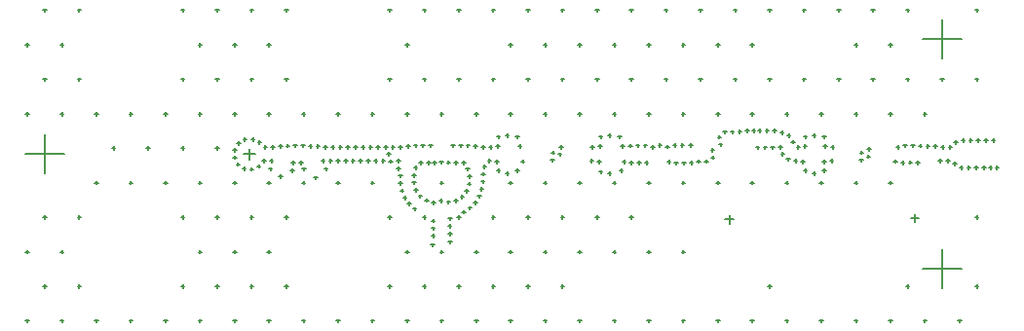
<source format=gbr>
G04*
G04 #@! TF.GenerationSoftware,Altium Limited,Altium Designer,24.9.1 (31)*
G04*
G04 Layer_Color=128*
%FSLAX25Y25*%
%MOIN*%
G70*
G04*
G04 #@! TF.SameCoordinates,BE83DA22-E0C5-4DDF-BF2C-7847B46FCBB1*
G04*
G04*
G04 #@! TF.FilePolarity,Positive*
G04*
G01*
G75*
%ADD13C,0.00500*%
D13*
X83957Y59055D02*
X87697D01*
X85827Y57185D02*
Y60925D01*
X316142Y19685D02*
X329528D01*
X322835Y12992D02*
Y26378D01*
X316142Y98425D02*
X329528D01*
X322835Y91732D02*
Y105118D01*
X9055Y59055D02*
X22441D01*
X15748Y52362D02*
Y65748D01*
X341009Y54400D02*
X342191D01*
X341600Y53809D02*
Y54991D01*
X153909Y29000D02*
X155091D01*
X154500Y28409D02*
Y29591D01*
X147909Y28000D02*
X149091D01*
X148500Y27409D02*
Y28591D01*
X111409Y54000D02*
X112591D01*
X112000Y53409D02*
Y54590D01*
X103909Y54000D02*
X105091D01*
X104500Y53409D02*
Y54590D01*
X107909Y51000D02*
X109091D01*
X108500Y50409D02*
Y51591D01*
X99910Y53500D02*
X101091D01*
X100500Y52909D02*
Y54090D01*
X92409Y54000D02*
X93590D01*
X93000Y53409D02*
Y54590D01*
X95910Y51500D02*
X97091D01*
X96500Y50909D02*
Y52091D01*
X176909Y53500D02*
X178091D01*
X177500Y52909D02*
Y54090D01*
X170409Y53500D02*
X171591D01*
X171000Y52909D02*
Y54090D01*
X173409Y52500D02*
X174591D01*
X174000Y51910D02*
Y53091D01*
X176909Y65000D02*
X178091D01*
X177500Y64410D02*
Y65591D01*
X170409Y65000D02*
X171591D01*
X171000Y64410D02*
Y65591D01*
X173409Y65500D02*
X174591D01*
X174000Y64909D02*
Y66091D01*
X281909Y65000D02*
X283090D01*
X282500Y64410D02*
Y65591D01*
X275410Y65000D02*
X276590D01*
X276000Y64410D02*
Y65591D01*
X278410Y65500D02*
X279591D01*
X279000Y64909D02*
Y66091D01*
X281909Y53500D02*
X283090D01*
X282500Y52909D02*
Y54090D01*
X275410Y53500D02*
X276590D01*
X276000Y52909D02*
Y54090D01*
X278410Y52500D02*
X279591D01*
X279000Y51910D02*
Y53091D01*
X211910Y65000D02*
X213090D01*
X212500Y64410D02*
Y65591D01*
X205410Y65000D02*
X206591D01*
X206000Y64410D02*
Y65591D01*
X208410Y65500D02*
X209591D01*
X209000Y64909D02*
Y66091D01*
X205410Y53000D02*
X206591D01*
X206000Y52409D02*
Y53591D01*
X212409Y53500D02*
X213591D01*
X213000Y52909D02*
Y54090D01*
X208410Y52500D02*
X209591D01*
X209000Y51910D02*
Y53091D01*
X150909Y56300D02*
X152091D01*
X151500Y55709D02*
Y56890D01*
X153345Y56251D02*
X154526D01*
X153936Y55660D02*
Y56841D01*
X155918Y56149D02*
X157099D01*
X156508Y55558D02*
Y56739D01*
X158493Y56149D02*
X159674D01*
X159083Y55558D02*
Y56739D01*
X159901Y53993D02*
X161082D01*
X160492Y53403D02*
Y54584D01*
X160470Y51482D02*
X161651D01*
X161061Y50892D02*
Y52073D01*
X160391Y48909D02*
X161572D01*
X160981Y48318D02*
Y49499D01*
X159567Y46469D02*
X160748D01*
X160157Y45879D02*
Y47060D01*
X158002Y44425D02*
X159183D01*
X158592Y43834D02*
Y45015D01*
X155850Y43011D02*
X157031D01*
X156441Y42420D02*
Y43601D01*
X153303Y42633D02*
X154484D01*
X153894Y42042D02*
Y43223D01*
X150765Y43064D02*
X151946D01*
X151355Y42473D02*
Y43654D01*
X148262Y42458D02*
X149443D01*
X148853Y41867D02*
Y43048D01*
X145792Y43185D02*
X146973D01*
X146383Y42595D02*
Y43776D01*
X143687Y44668D02*
X144868D01*
X144278Y44077D02*
Y45258D01*
X142230Y46790D02*
X143411D01*
X142821Y46200D02*
Y47381D01*
X141542Y49272D02*
X142723D01*
X142133Y48681D02*
Y49862D01*
X141498Y51846D02*
X142680D01*
X142089Y51256D02*
Y52437D01*
X142080Y54354D02*
X143261D01*
X142670Y53764D02*
Y54945D01*
X143926Y56149D02*
X145107D01*
X144517Y55558D02*
Y56739D01*
X146501Y56149D02*
X147682D01*
X147092Y55558D02*
Y56739D01*
X148609Y56100D02*
X149791D01*
X149200Y55510D02*
Y56691D01*
X191884Y61476D02*
X193066D01*
X192475Y60886D02*
Y62067D01*
X191424Y58943D02*
X192605D01*
X192015Y58353D02*
Y59534D01*
X202313Y56730D02*
X203494D01*
X202903Y56139D02*
Y57320D01*
X204864Y56385D02*
X206045D01*
X205455Y55794D02*
Y56976D01*
X205130Y61725D02*
X206311D01*
X205720Y61135D02*
Y62316D01*
X202578Y61380D02*
X203759D01*
X203169Y60790D02*
Y61971D01*
X177768Y61725D02*
X178949D01*
X178359Y61135D02*
Y62316D01*
X178750Y56538D02*
X179931D01*
X179341Y55948D02*
Y57129D01*
X188854Y56973D02*
X190035D01*
X189444Y56382D02*
Y57564D01*
X189087Y59537D02*
X190269D01*
X189678Y58947D02*
Y60128D01*
X284756Y61380D02*
X285937D01*
X285346Y60790D02*
Y61971D01*
X282204Y61725D02*
X283385D01*
X282795Y61135D02*
Y62316D01*
X281851Y56385D02*
X283032D01*
X282441Y55794D02*
Y56976D01*
X284402Y56730D02*
X285583D01*
X284993Y56139D02*
Y57320D01*
X294464Y56973D02*
X295645D01*
X295055Y56382D02*
Y57564D01*
X294698Y59537D02*
X295879D01*
X295288Y58947D02*
Y60128D01*
X339720Y63694D02*
X340901D01*
X340310Y63103D02*
Y64284D01*
X337145Y63694D02*
X338326D01*
X337736Y63103D02*
Y64284D01*
X334570Y63694D02*
X335751D01*
X335161Y63103D02*
Y64284D01*
X331995Y63694D02*
X333176D01*
X332586Y63103D02*
Y64284D01*
X329421Y63694D02*
X330602D01*
X330011Y63103D02*
Y64284D01*
X326909Y63127D02*
X328090D01*
X327499Y62537D02*
Y63718D01*
X325017Y61380D02*
X326199D01*
X325608Y60790D02*
Y61971D01*
X322443Y61380D02*
X323624D01*
X323033Y60790D02*
Y61971D01*
X319890Y61716D02*
X321071D01*
X320480Y61126D02*
Y62307D01*
X317317Y61824D02*
X318498D01*
X317908Y61233D02*
Y62414D01*
X314743Y61864D02*
X315924D01*
X315333Y61273D02*
Y62454D01*
X312170Y61962D02*
X313351D01*
X312760Y61371D02*
Y62552D01*
X309595Y61962D02*
X310776D01*
X310186Y61371D02*
Y62552D01*
X307060Y61510D02*
X308241D01*
X307651Y60919D02*
Y62101D01*
X297125Y60790D02*
X298306D01*
X297716Y60200D02*
Y61381D01*
X297035Y58217D02*
X298216D01*
X297625Y57626D02*
Y58807D01*
X306213Y56586D02*
X307394D01*
X306804Y55995D02*
Y57176D01*
X308751Y56149D02*
X309932D01*
X309341Y55558D02*
Y56739D01*
X311325Y56214D02*
X312506D01*
X311915Y55624D02*
Y56805D01*
X313899Y56149D02*
X315080D01*
X314489Y55558D02*
Y56739D01*
X321590Y56730D02*
X322771D01*
X322180Y56139D02*
Y57320D01*
X324164Y56730D02*
X325345D01*
X324755Y56139D02*
Y57320D01*
X326537Y55731D02*
X327719D01*
X327128Y55141D02*
Y56322D01*
X328751Y54416D02*
X329932D01*
X329342Y53826D02*
Y55007D01*
X331326Y54416D02*
X332507D01*
X331917Y53826D02*
Y55007D01*
X333901Y54416D02*
X335082D01*
X334492Y53826D02*
Y55007D01*
X336476Y54416D02*
X337657D01*
X337066Y53826D02*
Y55007D01*
X338709Y54400D02*
X339891D01*
X339300Y53809D02*
Y54991D01*
X233299Y62115D02*
X234480D01*
X233890Y61524D02*
Y62705D01*
X230725Y62178D02*
X231906D01*
X231316Y61588D02*
Y62769D01*
X228224Y61568D02*
X229405D01*
X228814Y60978D02*
Y62159D01*
X225693Y62040D02*
X226874D01*
X226283Y61450D02*
Y62631D01*
X223194Y61419D02*
X224375D01*
X223784Y60828D02*
Y62009D01*
X220677Y61962D02*
X221858D01*
X221268Y61371D02*
Y62552D01*
X218102Y61962D02*
X219283D01*
X218693Y61371D02*
Y62552D01*
X215528Y61886D02*
X216709D01*
X216119Y61296D02*
Y62477D01*
X212959Y61725D02*
X214140D01*
X213549Y61135D02*
Y62316D01*
X213395Y56460D02*
X214576D01*
X213985Y55870D02*
Y57051D01*
X215950Y56149D02*
X217132D01*
X216541Y55558D02*
Y56739D01*
X218525Y56153D02*
X219706D01*
X219116Y55562D02*
Y56743D01*
X221100Y56149D02*
X222281D01*
X221691Y55558D02*
Y56739D01*
X228752Y56501D02*
X229934D01*
X229343Y55910D02*
Y57091D01*
X231264Y55932D02*
X232445D01*
X231854Y55342D02*
Y56523D01*
X233838Y55932D02*
X235019D01*
X234429Y55342D02*
Y56523D01*
X236404Y56150D02*
X237585D01*
X236995Y55560D02*
Y56741D01*
X238942Y56582D02*
X240123D01*
X239533Y55991D02*
Y57172D01*
X241517Y56582D02*
X242698D01*
X242108Y55991D02*
Y57172D01*
X243745Y57873D02*
X244926D01*
X244335Y57283D02*
Y58464D01*
X243703Y60448D02*
X244884D01*
X244293Y59857D02*
Y61038D01*
X236270Y62050D02*
X237451D01*
X236860Y61459D02*
Y62640D01*
X83639Y64053D02*
X84820D01*
X84229Y63463D02*
Y64644D01*
X81458Y62684D02*
X82639D01*
X82048Y62094D02*
Y63275D01*
X80190Y60443D02*
X81371D01*
X80781Y59853D02*
Y61034D01*
X80127Y57869D02*
X81308D01*
X80717Y57279D02*
Y58460D01*
X81310Y55582D02*
X82491D01*
X81900Y54992D02*
Y56173D01*
X83442Y54138D02*
X84623D01*
X84032Y53548D02*
Y54729D01*
X86004Y53882D02*
X87185D01*
X86594Y53291D02*
Y54472D01*
X88379Y54875D02*
X89560D01*
X88969Y54285D02*
Y55466D01*
X90165Y56730D02*
X91346D01*
X90755Y56139D02*
Y57320D01*
X92740Y56730D02*
X93921D01*
X93330Y56139D02*
Y57320D01*
X100293Y56149D02*
X101474D01*
X100884Y55558D02*
Y56739D01*
X102868Y56149D02*
X104049D01*
X103458Y55558D02*
Y56739D01*
X110403Y56730D02*
X111584D01*
X110994Y56139D02*
Y57320D01*
X112978Y56730D02*
X114159D01*
X113568Y56139D02*
Y57320D01*
X115553Y56730D02*
X116734D01*
X116143Y56139D02*
Y57320D01*
X118128Y56730D02*
X119309D01*
X118718Y56139D02*
Y57320D01*
X120702Y56730D02*
X121883D01*
X121293Y56139D02*
Y57320D01*
X123277Y56730D02*
X124458D01*
X123868Y56139D02*
Y57320D01*
X125852Y56730D02*
X127033D01*
X126443Y56139D02*
Y57320D01*
X128427Y56730D02*
X129608D01*
X129017Y56139D02*
Y57320D01*
X131001Y56730D02*
X132183D01*
X131592Y56139D02*
Y57320D01*
X133572Y56577D02*
X134753D01*
X134162Y55986D02*
Y57167D01*
X136142Y56730D02*
X137323D01*
X136732Y56139D02*
Y57320D01*
X136267Y54158D02*
X137448D01*
X136857Y53568D02*
Y54749D01*
X136848Y51650D02*
X138029D01*
X137439Y51059D02*
Y52240D01*
X136938Y49077D02*
X138119D01*
X137528Y48486D02*
Y49667D01*
X137397Y46543D02*
X138578D01*
X137987Y45952D02*
Y47134D01*
X138396Y44170D02*
X139577D01*
X138986Y43580D02*
Y44761D01*
X139875Y42063D02*
X141056D01*
X140466Y41472D02*
Y42653D01*
X141738Y40285D02*
X142919D01*
X142328Y39694D02*
Y40875D01*
X148078Y36188D02*
X149259D01*
X148668Y35598D02*
Y36779D01*
X148078Y33613D02*
X149259D01*
X148668Y33023D02*
Y34204D01*
X148098Y31039D02*
X149279D01*
X148689Y30448D02*
Y31629D01*
X153891Y31839D02*
X155072D01*
X154481Y31248D02*
Y32429D01*
X153746Y34409D02*
X154927D01*
X154337Y33819D02*
Y35000D01*
X153891Y36980D02*
X155072D01*
X154481Y36390D02*
Y37571D01*
X158526Y39192D02*
X159707D01*
X159117Y38602D02*
Y39783D01*
X160652Y40645D02*
X161833D01*
X161243Y40054D02*
Y41235D01*
X162454Y42484D02*
X163635D01*
X163044Y41894D02*
Y43075D01*
X163837Y44656D02*
X165018D01*
X164428Y44065D02*
Y45246D01*
X164701Y47081D02*
X165882D01*
X165292Y46491D02*
Y47672D01*
X165074Y49629D02*
X166255D01*
X165665Y49038D02*
Y50220D01*
X165120Y52203D02*
X166302D01*
X165711Y51613D02*
Y52794D01*
X165702Y54712D02*
X166883D01*
X166292Y54121D02*
Y55302D01*
X167300Y56730D02*
X168482D01*
X167891Y56139D02*
Y57320D01*
X169852Y56385D02*
X171033D01*
X170443Y55794D02*
Y56976D01*
X170273Y61725D02*
X171454D01*
X170863Y61135D02*
Y62316D01*
X167721Y61380D02*
X168902D01*
X168312Y60790D02*
Y61971D01*
X165147Y61380D02*
X166328D01*
X165737Y60790D02*
Y61971D01*
X162607Y61804D02*
X163788D01*
X163197Y61213D02*
Y62395D01*
X160036Y61939D02*
X161217D01*
X160626Y61348D02*
Y62529D01*
X157461Y61962D02*
X158642D01*
X158051Y61371D02*
Y62552D01*
X154886Y61962D02*
X156067D01*
X155477Y61371D02*
Y62552D01*
X147197Y61962D02*
X148378D01*
X147788Y61371D02*
Y62552D01*
X144622Y61962D02*
X145803D01*
X145213Y61371D02*
Y62552D01*
X142048Y61962D02*
X143229D01*
X142638Y61371D02*
Y62552D01*
X139478Y61804D02*
X140659D01*
X140068Y61213D02*
Y62395D01*
X136931Y61424D02*
X138112D01*
X137522Y60834D02*
Y62015D01*
X134357Y61380D02*
X135538D01*
X134947Y60790D02*
Y61971D01*
X131782Y61380D02*
X132963D01*
X132372Y60790D02*
Y61971D01*
X129207Y61380D02*
X130388D01*
X129798Y60790D02*
Y61971D01*
X126632Y61380D02*
X127813D01*
X127223Y60790D02*
Y61971D01*
X124057Y61380D02*
X125239D01*
X124648Y60790D02*
Y61971D01*
X121483Y61380D02*
X122664D01*
X122073Y60790D02*
Y61971D01*
X118908Y61380D02*
X120089D01*
X119498Y60790D02*
Y61971D01*
X116333Y61380D02*
X117514D01*
X116924Y60790D02*
Y61971D01*
X113758Y61380D02*
X114939D01*
X114349Y60790D02*
Y61971D01*
X111183Y61380D02*
X112364D01*
X111774Y60790D02*
Y61971D01*
X108644Y61804D02*
X109825D01*
X109234Y61213D02*
Y62395D01*
X106070Y61727D02*
X107251D01*
X106661Y61137D02*
Y62318D01*
X103506Y61962D02*
X104687D01*
X104096Y61371D02*
Y62552D01*
X100931Y61962D02*
X102112D01*
X101522Y61371D02*
Y62552D01*
X98357Y61885D02*
X99539D01*
X98948Y61295D02*
Y62476D01*
X95784Y61804D02*
X96965D01*
X96374Y61213D02*
Y62395D01*
X93244Y61380D02*
X94425D01*
X93835Y60790D02*
Y61971D01*
X90670Y61380D02*
X91851D01*
X91260Y60790D02*
Y61971D01*
X88675Y63008D02*
X89856D01*
X89265Y62418D02*
Y63599D01*
X86381Y64179D02*
X87562D01*
X86972Y63588D02*
Y64769D01*
X255502Y67158D02*
X256683D01*
X256093Y66568D02*
Y67749D01*
X252967Y66708D02*
X254148D01*
X253558Y66117D02*
Y67298D01*
X250393Y66647D02*
X251574D01*
X250984Y66056D02*
Y67237D01*
X247818Y66647D02*
X248999D01*
X248409Y66056D02*
Y67237D01*
X245963Y64861D02*
X247144D01*
X246554Y64270D02*
Y65452D01*
X246373Y62319D02*
X247554D01*
X246964Y61729D02*
Y62910D01*
X259103Y61284D02*
X260284D01*
X259694Y60694D02*
Y61875D01*
X261678Y61267D02*
X262859D01*
X262269Y60676D02*
Y61857D01*
X264253Y61267D02*
X265434D01*
X264844Y60676D02*
Y61857D01*
X266820Y61465D02*
X268001D01*
X267411Y60875D02*
Y62056D01*
X267644Y59026D02*
X268825D01*
X268235Y58435D02*
Y59616D01*
X269565Y57311D02*
X270746D01*
X270155Y56720D02*
Y57901D01*
X272073Y56730D02*
X273254D01*
X272664Y56139D02*
Y57320D01*
X274625Y56385D02*
X275806D01*
X275215Y55794D02*
Y56976D01*
X275309Y61800D02*
X276490D01*
X275900Y61209D02*
Y62391D01*
X272979Y61380D02*
X274160D01*
X273570Y60790D02*
Y61971D01*
X271170Y63212D02*
X272351D01*
X271760Y62621D02*
Y63803D01*
X269738Y65352D02*
X270919D01*
X270328Y64761D02*
Y65942D01*
X267387Y66404D02*
X268568D01*
X267978Y65813D02*
Y66994D01*
X264903Y67080D02*
X266084D01*
X265493Y66489D02*
Y67670D01*
X262329Y67015D02*
X263510D01*
X262919Y66424D02*
Y67605D01*
X259755Y67080D02*
X260936D01*
X260346Y66489D02*
Y67670D01*
X257710Y67100D02*
X258891D01*
X258300Y66509D02*
Y67690D01*
X257283Y49213D02*
X258465D01*
X257874Y48622D02*
Y49803D01*
X334055Y108268D02*
X335236D01*
X334646Y107677D02*
Y108858D01*
X334055Y84646D02*
X335236D01*
X334646Y84055D02*
Y85236D01*
X334055Y37402D02*
X335236D01*
X334646Y36811D02*
Y37992D01*
X334055Y13779D02*
X335236D01*
X334646Y13189D02*
Y14370D01*
X328150Y1968D02*
X329331D01*
X328740Y1378D02*
Y2559D01*
X322244Y84646D02*
X323425D01*
X322834Y84055D02*
Y85236D01*
X316338Y72834D02*
X317520D01*
X316929Y72244D02*
Y73425D01*
X316338Y1968D02*
X317520D01*
X316929Y1378D02*
Y2559D01*
X310433Y108268D02*
X311614D01*
X311023Y107677D02*
Y108858D01*
X304527Y96457D02*
X305709D01*
X305118Y95866D02*
Y97047D01*
X310433Y84646D02*
X311614D01*
X311023Y84055D02*
Y85236D01*
X304527Y72834D02*
X305709D01*
X305118Y72244D02*
Y73425D01*
X304527Y49213D02*
X305709D01*
X305118Y48622D02*
Y49803D01*
X310433Y13779D02*
X311614D01*
X311023Y13189D02*
Y14370D01*
X304527Y1968D02*
X305709D01*
X305118Y1378D02*
Y2559D01*
X298622Y108268D02*
X299803D01*
X299213Y107677D02*
Y108858D01*
X292716Y96457D02*
X293898D01*
X293307Y95866D02*
Y97047D01*
X298622Y84646D02*
X299803D01*
X299213Y84055D02*
Y85236D01*
X292716Y72834D02*
X293898D01*
X293307Y72244D02*
Y73425D01*
X292716Y49213D02*
X293898D01*
X293307Y48622D02*
Y49803D01*
X292716Y1968D02*
X293898D01*
X293307Y1378D02*
Y2559D01*
X286811Y108268D02*
X287992D01*
X287402Y107677D02*
Y108858D01*
X286811Y84646D02*
X287992D01*
X287402Y84055D02*
Y85236D01*
X280905Y72834D02*
X282086D01*
X281496Y72244D02*
Y73425D01*
X280905Y49213D02*
X282086D01*
X281496Y48622D02*
Y49803D01*
X280905Y1968D02*
X282086D01*
X281496Y1378D02*
Y2559D01*
X275000Y108268D02*
X276181D01*
X275590Y107677D02*
Y108858D01*
X275000Y84646D02*
X276181D01*
X275590Y84055D02*
Y85236D01*
X269094Y72834D02*
X270275D01*
X269685Y72244D02*
Y73425D01*
X269094Y49213D02*
X270275D01*
X269685Y48622D02*
Y49803D01*
X269094Y1968D02*
X270275D01*
X269685Y1378D02*
Y2559D01*
X263189Y108268D02*
X264370D01*
X263779Y107677D02*
Y108858D01*
X257283Y96457D02*
X258465D01*
X257874Y95866D02*
Y97047D01*
X263189Y84646D02*
X264370D01*
X263779Y84055D02*
Y85236D01*
X257283Y72834D02*
X258465D01*
X257874Y72244D02*
Y73425D01*
X263189Y13779D02*
X264370D01*
X263779Y13189D02*
Y14370D01*
X257283Y1968D02*
X258465D01*
X257874Y1378D02*
Y2559D01*
X251378Y108268D02*
X252559D01*
X251968Y107677D02*
Y108858D01*
X245472Y96457D02*
X246653D01*
X246063Y95866D02*
Y97047D01*
X251378Y84646D02*
X252559D01*
X251968Y84055D02*
Y85236D01*
X245472Y72834D02*
X246653D01*
X246063Y72244D02*
Y73425D01*
X245472Y49213D02*
X246653D01*
X246063Y48622D02*
Y49803D01*
X245472Y1968D02*
X246653D01*
X246063Y1378D02*
Y2559D01*
X239567Y108268D02*
X240748D01*
X240157Y107677D02*
Y108858D01*
X233661Y96457D02*
X234842D01*
X234252Y95866D02*
Y97047D01*
X239567Y84646D02*
X240748D01*
X240157Y84055D02*
Y85236D01*
X233661Y72834D02*
X234842D01*
X234252Y72244D02*
Y73425D01*
X233661Y49213D02*
X234842D01*
X234252Y48622D02*
Y49803D01*
X233661Y25591D02*
X234842D01*
X234252Y25000D02*
Y26181D01*
X233661Y1968D02*
X234842D01*
X234252Y1378D02*
Y2559D01*
X227756Y108268D02*
X228937D01*
X228346Y107677D02*
Y108858D01*
X221850Y96457D02*
X223031D01*
X222441Y95866D02*
Y97047D01*
X227756Y84646D02*
X228937D01*
X228346Y84055D02*
Y85236D01*
X221850Y72834D02*
X223031D01*
X222441Y72244D02*
Y73425D01*
X221850Y49213D02*
X223031D01*
X222441Y48622D02*
Y49803D01*
X221850Y25591D02*
X223031D01*
X222441Y25000D02*
Y26181D01*
X221850Y1968D02*
X223031D01*
X222441Y1378D02*
Y2559D01*
X215945Y108268D02*
X217126D01*
X216535Y107677D02*
Y108858D01*
X210039Y96457D02*
X211220D01*
X210630Y95866D02*
Y97047D01*
X215945Y84646D02*
X217126D01*
X216535Y84055D02*
Y85236D01*
X210039Y72834D02*
X211220D01*
X210630Y72244D02*
Y73425D01*
X210039Y49213D02*
X211220D01*
X210630Y48622D02*
Y49803D01*
X215945Y37402D02*
X217126D01*
X216535Y36811D02*
Y37992D01*
X210039Y25591D02*
X211220D01*
X210630Y25000D02*
Y26181D01*
X210039Y1968D02*
X211220D01*
X210630Y1378D02*
Y2559D01*
X204134Y108268D02*
X205315D01*
X204724Y107677D02*
Y108858D01*
X198228Y96457D02*
X199409D01*
X198819Y95866D02*
Y97047D01*
X204134Y84646D02*
X205315D01*
X204724Y84055D02*
Y85236D01*
X198228Y72834D02*
X199409D01*
X198819Y72244D02*
Y73425D01*
X198228Y49213D02*
X199409D01*
X198819Y48622D02*
Y49803D01*
X204134Y37402D02*
X205315D01*
X204724Y36811D02*
Y37992D01*
X198228Y25591D02*
X199409D01*
X198819Y25000D02*
Y26181D01*
X198228Y1968D02*
X199409D01*
X198819Y1378D02*
Y2559D01*
X192323Y108268D02*
X193504D01*
X192913Y107677D02*
Y108858D01*
X186417Y96457D02*
X187598D01*
X187008Y95866D02*
Y97047D01*
X192323Y84646D02*
X193504D01*
X192913Y84055D02*
Y85236D01*
X186417Y72834D02*
X187598D01*
X187008Y72244D02*
Y73425D01*
X186417Y49213D02*
X187598D01*
X187008Y48622D02*
Y49803D01*
X192323Y37402D02*
X193504D01*
X192913Y36811D02*
Y37992D01*
X186417Y25591D02*
X187598D01*
X187008Y25000D02*
Y26181D01*
X192323Y13779D02*
X193504D01*
X192913Y13189D02*
Y14370D01*
X186417Y1968D02*
X187598D01*
X187008Y1378D02*
Y2559D01*
X180512Y108268D02*
X181693D01*
X181102Y107677D02*
Y108858D01*
X174606Y96457D02*
X175787D01*
X175197Y95866D02*
Y97047D01*
X180512Y84646D02*
X181693D01*
X181102Y84055D02*
Y85236D01*
X174606Y72834D02*
X175787D01*
X175197Y72244D02*
Y73425D01*
X174606Y49213D02*
X175787D01*
X175197Y48622D02*
Y49803D01*
X180512Y37402D02*
X181693D01*
X181102Y36811D02*
Y37992D01*
X174606Y25591D02*
X175787D01*
X175197Y25000D02*
Y26181D01*
X180512Y13779D02*
X181693D01*
X181102Y13189D02*
Y14370D01*
X174606Y1968D02*
X175787D01*
X175197Y1378D02*
Y2559D01*
X168701Y108268D02*
X169882D01*
X169291Y107677D02*
Y108858D01*
X168701Y84646D02*
X169882D01*
X169291Y84055D02*
Y85236D01*
X162795Y72834D02*
X163976D01*
X163386Y72244D02*
Y73425D01*
X168701Y37402D02*
X169882D01*
X169291Y36811D02*
Y37992D01*
X162795Y25591D02*
X163976D01*
X163386Y25000D02*
Y26181D01*
X168701Y13779D02*
X169882D01*
X169291Y13189D02*
Y14370D01*
X162795Y1968D02*
X163976D01*
X163386Y1378D02*
Y2559D01*
X156890Y108268D02*
X158071D01*
X157480Y107677D02*
Y108858D01*
X156890Y84646D02*
X158071D01*
X157480Y84055D02*
Y85236D01*
X150984Y72834D02*
X152165D01*
X151575Y72244D02*
Y73425D01*
X150984Y49213D02*
X152165D01*
X151575Y48622D02*
Y49803D01*
X156890Y37402D02*
X158071D01*
X157480Y36811D02*
Y37992D01*
X150984Y25591D02*
X152165D01*
X151575Y25000D02*
Y26181D01*
X156890Y13779D02*
X158071D01*
X157480Y13189D02*
Y14370D01*
X150984Y1968D02*
X152165D01*
X151575Y1378D02*
Y2559D01*
X145079Y108268D02*
X146260D01*
X145669Y107677D02*
Y108858D01*
X139173Y96457D02*
X140354D01*
X139764Y95866D02*
Y97047D01*
X145079Y84646D02*
X146260D01*
X145669Y84055D02*
Y85236D01*
X139173Y72834D02*
X140354D01*
X139764Y72244D02*
Y73425D01*
X145079Y37402D02*
X146260D01*
X145669Y36811D02*
Y37992D01*
X139173Y25591D02*
X140354D01*
X139764Y25000D02*
Y26181D01*
X145079Y13779D02*
X146260D01*
X145669Y13189D02*
Y14370D01*
X139173Y1968D02*
X140354D01*
X139764Y1378D02*
Y2559D01*
X133268Y108268D02*
X134449D01*
X133858Y107677D02*
Y108858D01*
X133268Y84646D02*
X134449D01*
X133858Y84055D02*
Y85236D01*
X127362Y72834D02*
X128543D01*
X127953Y72244D02*
Y73425D01*
X127362Y49213D02*
X128543D01*
X127953Y48622D02*
Y49803D01*
X133268Y37402D02*
X134449D01*
X133858Y36811D02*
Y37992D01*
X133268Y13779D02*
X134449D01*
X133858Y13189D02*
Y14370D01*
X127362Y1968D02*
X128543D01*
X127953Y1378D02*
Y2559D01*
X115551Y72834D02*
X116732D01*
X116142Y72244D02*
Y73425D01*
X115551Y49213D02*
X116732D01*
X116142Y48622D02*
Y49803D01*
X115551Y1968D02*
X116732D01*
X116142Y1378D02*
Y2559D01*
X103740Y72834D02*
X104921D01*
X104331Y72244D02*
Y73425D01*
X103740Y49213D02*
X104921D01*
X104331Y48622D02*
Y49803D01*
X103740Y1968D02*
X104921D01*
X104331Y1378D02*
Y2559D01*
X97835Y108268D02*
X99016D01*
X98425Y107677D02*
Y108858D01*
X91929Y96457D02*
X93110D01*
X92520Y95866D02*
Y97047D01*
X97835Y84646D02*
X99016D01*
X98425Y84055D02*
Y85236D01*
X91929Y72834D02*
X93110D01*
X92520Y72244D02*
Y73425D01*
X91929Y49213D02*
X93110D01*
X92520Y48622D02*
Y49803D01*
X97835Y37402D02*
X99016D01*
X98425Y36811D02*
Y37992D01*
X91929Y25591D02*
X93110D01*
X92520Y25000D02*
Y26181D01*
X97835Y13779D02*
X99016D01*
X98425Y13189D02*
Y14370D01*
X91929Y1968D02*
X93110D01*
X92520Y1378D02*
Y2559D01*
X86024Y108268D02*
X87205D01*
X86614Y107677D02*
Y108858D01*
X80118Y96457D02*
X81299D01*
X80709Y95866D02*
Y97047D01*
X86024Y84646D02*
X87205D01*
X86614Y84055D02*
Y85236D01*
X80118Y72834D02*
X81299D01*
X80709Y72244D02*
Y73425D01*
X80118Y49213D02*
X81299D01*
X80709Y48622D02*
Y49803D01*
X86024Y37402D02*
X87205D01*
X86614Y36811D02*
Y37992D01*
X80118Y25591D02*
X81299D01*
X80709Y25000D02*
Y26181D01*
X86024Y13779D02*
X87205D01*
X86614Y13189D02*
Y14370D01*
X80118Y1968D02*
X81299D01*
X80709Y1378D02*
Y2559D01*
X74212Y108268D02*
X75394D01*
X74803Y107677D02*
Y108858D01*
X68307Y96457D02*
X69488D01*
X68898Y95866D02*
Y97047D01*
X74212Y84646D02*
X75394D01*
X74803Y84055D02*
Y85236D01*
X68307Y72834D02*
X69488D01*
X68898Y72244D02*
Y73425D01*
X74212Y61023D02*
X75394D01*
X74803Y60433D02*
Y61614D01*
X68307Y49213D02*
X69488D01*
X68898Y48622D02*
Y49803D01*
X74212Y37402D02*
X75394D01*
X74803Y36811D02*
Y37992D01*
X68307Y25591D02*
X69488D01*
X68898Y25000D02*
Y26181D01*
X74212Y13779D02*
X75394D01*
X74803Y13189D02*
Y14370D01*
X68307Y1968D02*
X69488D01*
X68898Y1378D02*
Y2559D01*
X62401Y108268D02*
X63583D01*
X62992Y107677D02*
Y108858D01*
X62401Y84646D02*
X63583D01*
X62992Y84055D02*
Y85236D01*
X56496Y72834D02*
X57677D01*
X57087Y72244D02*
Y73425D01*
X62401Y61023D02*
X63583D01*
X62992Y60433D02*
Y61614D01*
X56496Y49213D02*
X57677D01*
X57087Y48622D02*
Y49803D01*
X62401Y37402D02*
X63583D01*
X62992Y36811D02*
Y37992D01*
X62401Y13779D02*
X63583D01*
X62992Y13189D02*
Y14370D01*
X56496Y1968D02*
X57677D01*
X57087Y1378D02*
Y2559D01*
X44685Y72834D02*
X45866D01*
X45276Y72244D02*
Y73425D01*
X50590Y61023D02*
X51772D01*
X51181Y60433D02*
Y61614D01*
X44685Y49213D02*
X45866D01*
X45276Y48622D02*
Y49803D01*
X44685Y1968D02*
X45866D01*
X45276Y1378D02*
Y2559D01*
X32874Y72834D02*
X34055D01*
X33465Y72244D02*
Y73425D01*
X38780Y61023D02*
X39961D01*
X39370Y60433D02*
Y61614D01*
X32874Y49213D02*
X34055D01*
X33465Y48622D02*
Y49803D01*
X32874Y1968D02*
X34055D01*
X33465Y1378D02*
Y2559D01*
X26969Y108268D02*
X28150D01*
X27559Y107677D02*
Y108858D01*
X21063Y96457D02*
X22244D01*
X21654Y95866D02*
Y97047D01*
X26969Y84646D02*
X28150D01*
X27559Y84055D02*
Y85236D01*
X21063Y72834D02*
X22244D01*
X21654Y72244D02*
Y73425D01*
X26969Y37402D02*
X28150D01*
X27559Y36811D02*
Y37992D01*
X21063Y25591D02*
X22244D01*
X21654Y25000D02*
Y26181D01*
X26969Y13779D02*
X28150D01*
X27559Y13189D02*
Y14370D01*
X21063Y1968D02*
X22244D01*
X21654Y1378D02*
Y2559D01*
X15157Y108268D02*
X16339D01*
X15748Y107677D02*
Y108858D01*
X9252Y96457D02*
X10433D01*
X9843Y95866D02*
Y97047D01*
X15157Y84646D02*
X16339D01*
X15748Y84055D02*
Y85236D01*
X9252Y72834D02*
X10433D01*
X9843Y72244D02*
Y73425D01*
X15157Y37402D02*
X16339D01*
X15748Y36811D02*
Y37992D01*
X9252Y25591D02*
X10433D01*
X9843Y25000D02*
Y26181D01*
X15157Y13779D02*
X16339D01*
X15748Y13189D02*
Y14370D01*
X9252Y1968D02*
X10433D01*
X9843Y1378D02*
Y2559D01*
X311986Y37008D02*
X314786D01*
X313386Y35608D02*
Y38408D01*
X248600Y36614D02*
X251400D01*
X250000Y35214D02*
Y38014D01*
X132874Y59055D02*
X134055D01*
X133465Y58465D02*
Y59646D01*
M02*

</source>
